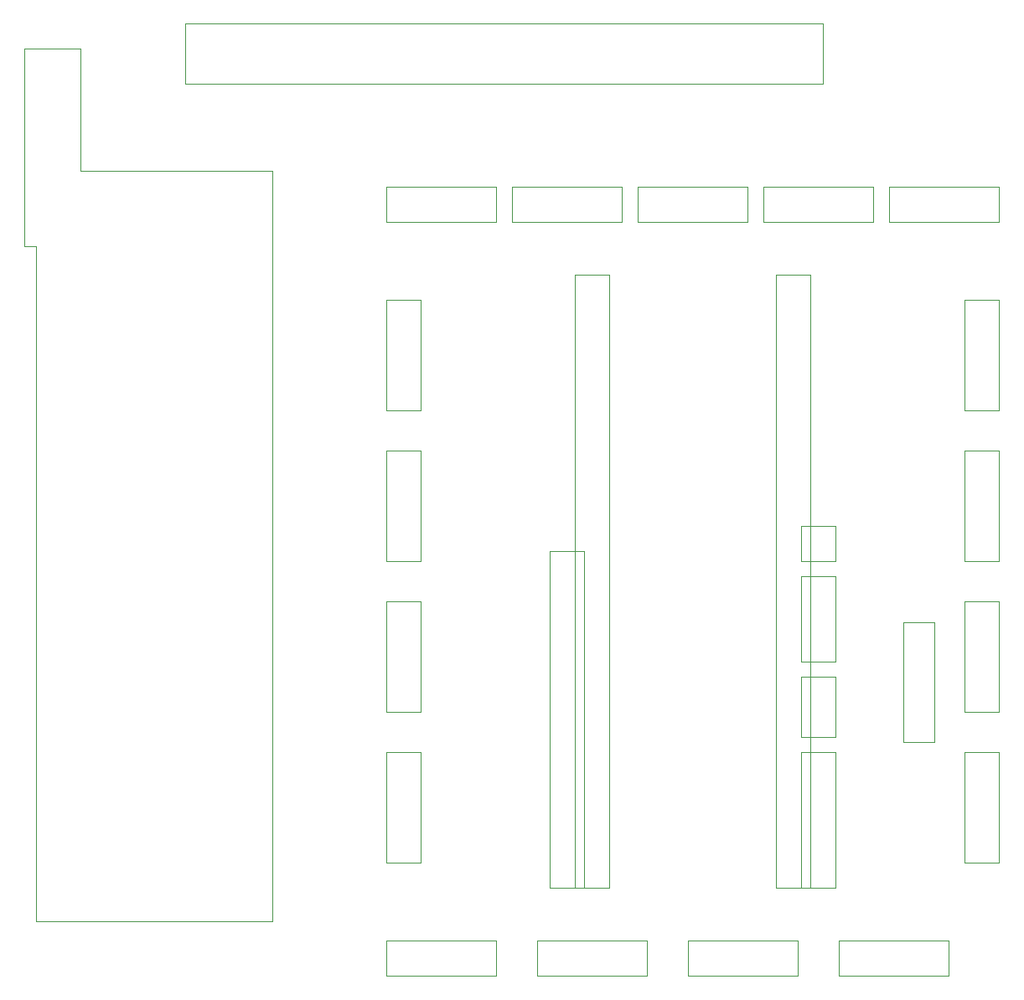
<source format=gbr>
%TF.GenerationSoftware,KiCad,Pcbnew,9.0.4-9.0.4-0~ubuntu24.04.1*%
%TF.CreationDate,2025-09-18T23:07:20+09:00*%
%TF.ProjectId,romread-adapter,726f6d72-6561-4642-9d61-646170746572,0-0*%
%TF.SameCoordinates,Original*%
%TF.FileFunction,Other,User*%
%FSLAX46Y46*%
G04 Gerber Fmt 4.6, Leading zero omitted, Abs format (unit mm)*
G04 Created by KiCad (PCBNEW 9.0.4-9.0.4-0~ubuntu24.04.1) date 2025-09-18 23:07:20*
%MOMM*%
%LPD*%
G01*
G04 APERTURE LIST*
%ADD10C,0.050000*%
G04 APERTURE END LIST*
D10*
%TO.C,JH41*%
X195080000Y-79506902D02*
X195080000Y-90666902D01*
X195080000Y-90666902D02*
X198620000Y-90666902D01*
X198620000Y-79506902D02*
X195080000Y-79506902D01*
X198620000Y-90666902D02*
X198620000Y-79506902D01*
%TO.C,JH32*%
X136660000Y-94750000D02*
X136660000Y-105910000D01*
X136660000Y-105910000D02*
X140200000Y-105910000D01*
X140200000Y-94750000D02*
X136660000Y-94750000D01*
X140200000Y-105910000D02*
X140200000Y-94750000D01*
%TO.C,JH42*%
X195080000Y-94746902D02*
X195080000Y-105906902D01*
X195080000Y-105906902D02*
X198620000Y-105906902D01*
X198620000Y-94746902D02*
X195080000Y-94746902D01*
X198620000Y-105906902D02*
X198620000Y-94746902D01*
%TO.C,JH1*%
X116340000Y-51570000D02*
X116340000Y-57660000D01*
X116340000Y-57660000D02*
X180840000Y-57660000D01*
X180840000Y-51570000D02*
X116340000Y-51570000D01*
X180840000Y-57660000D02*
X180840000Y-51570000D01*
%TO.C,JR3*%
X176030000Y-76966902D02*
X176030000Y-138936902D01*
X176030000Y-138936902D02*
X179570000Y-138936902D01*
X179570000Y-76966902D02*
X176030000Y-76966902D01*
X179570000Y-138936902D02*
X179570000Y-76966902D01*
%TO.C,JH2*%
X153170000Y-104900000D02*
X153170000Y-138930000D01*
X153170000Y-138930000D02*
X156710000Y-138930000D01*
X156710000Y-104900000D02*
X153170000Y-104900000D01*
X156710000Y-138930000D02*
X156710000Y-104900000D01*
%TO.C,JH14*%
X174760000Y-68080000D02*
X174760000Y-71620000D01*
X174760000Y-71620000D02*
X185920000Y-71620000D01*
X185920000Y-68080000D02*
X174760000Y-68080000D01*
X185920000Y-71620000D02*
X185920000Y-68080000D01*
%TO.C,JR1*%
X100159000Y-54110000D02*
X105759000Y-54110000D01*
X100159000Y-74070000D02*
X100159000Y-54110000D01*
X101329000Y-74070000D02*
X100159000Y-74070000D01*
X101329000Y-142310000D02*
X101329000Y-74070000D01*
X105759000Y-54110000D02*
X105759000Y-66410000D01*
X105759000Y-66410000D02*
X125229000Y-66410000D01*
X125229000Y-66410000D02*
X125229000Y-142310000D01*
X125229000Y-142310000D02*
X101329000Y-142310000D01*
%TO.C,JH6*%
X178570000Y-102366902D02*
X178570000Y-105906902D01*
X178570000Y-105906902D02*
X182110000Y-105906902D01*
X182110000Y-102366902D02*
X178570000Y-102366902D01*
X182110000Y-105906902D02*
X182110000Y-102366902D01*
%TO.C,JH43*%
X195080000Y-109986902D02*
X195080000Y-121146902D01*
X195080000Y-121146902D02*
X198620000Y-121146902D01*
X198620000Y-109986902D02*
X195080000Y-109986902D01*
X198620000Y-121146902D02*
X198620000Y-109986902D01*
%TO.C,JH23*%
X167140000Y-144280000D02*
X167140000Y-147820000D01*
X167140000Y-147820000D02*
X178300000Y-147820000D01*
X178300000Y-144280000D02*
X167140000Y-144280000D01*
X178300000Y-147820000D02*
X178300000Y-144280000D01*
%TO.C,JH22*%
X151900000Y-144280000D02*
X151900000Y-147820000D01*
X151900000Y-147820000D02*
X163060000Y-147820000D01*
X163060000Y-144280000D02*
X151900000Y-144280000D01*
X163060000Y-147820000D02*
X163060000Y-144280000D01*
%TO.C,JH24*%
X182380000Y-144280000D02*
X182380000Y-147820000D01*
X182380000Y-147820000D02*
X193540000Y-147820000D01*
X193540000Y-144280000D02*
X182380000Y-144280000D01*
X193540000Y-147820000D02*
X193540000Y-144280000D01*
%TO.C,JH31*%
X136660000Y-79510000D02*
X136660000Y-90670000D01*
X136660000Y-90670000D02*
X140200000Y-90670000D01*
X140200000Y-79510000D02*
X136660000Y-79510000D01*
X140200000Y-90670000D02*
X140200000Y-79510000D01*
%TO.C,JH34*%
X136660000Y-125230000D02*
X136660000Y-136390000D01*
X136660000Y-136390000D02*
X140200000Y-136390000D01*
X140200000Y-125230000D02*
X136660000Y-125230000D01*
X140200000Y-136390000D02*
X140200000Y-125230000D01*
%TO.C,JH5*%
X178570000Y-107446902D02*
X178570000Y-116066902D01*
X178570000Y-116066902D02*
X182110000Y-116066902D01*
X182110000Y-107446902D02*
X178570000Y-107446902D01*
X182110000Y-116066902D02*
X182110000Y-107446902D01*
%TO.C,JH11*%
X136660000Y-68080000D02*
X136660000Y-71620000D01*
X136660000Y-71620000D02*
X147820000Y-71620000D01*
X147820000Y-68080000D02*
X136660000Y-68080000D01*
X147820000Y-71620000D02*
X147820000Y-68080000D01*
%TO.C,JH13*%
X162060000Y-68080000D02*
X162060000Y-71620000D01*
X162060000Y-71620000D02*
X173220000Y-71620000D01*
X173220000Y-68080000D02*
X162060000Y-68080000D01*
X173220000Y-71620000D02*
X173220000Y-68080000D01*
%TO.C,C1*%
X192050000Y-112060000D02*
X188950000Y-112060000D01*
X188950000Y-124160000D01*
X192050000Y-124160000D01*
X192050000Y-112060000D01*
%TO.C,JH4*%
X178570000Y-117596902D02*
X178570000Y-123686902D01*
X178570000Y-123686902D02*
X182110000Y-123686902D01*
X182110000Y-117596902D02*
X178570000Y-117596902D01*
X182110000Y-123686902D02*
X182110000Y-117596902D01*
%TO.C,JH21*%
X136660000Y-144280000D02*
X136660000Y-147820000D01*
X136660000Y-147820000D02*
X147820000Y-147820000D01*
X147820000Y-144280000D02*
X136660000Y-144280000D01*
X147820000Y-147820000D02*
X147820000Y-144280000D01*
%TO.C,JH33*%
X136660000Y-109990000D02*
X136660000Y-121150000D01*
X136660000Y-121150000D02*
X140200000Y-121150000D01*
X140200000Y-109990000D02*
X136660000Y-109990000D01*
X140200000Y-121150000D02*
X140200000Y-109990000D01*
%TO.C,JH15*%
X187460000Y-68080000D02*
X187460000Y-71620000D01*
X187460000Y-71620000D02*
X198620000Y-71620000D01*
X198620000Y-68080000D02*
X187460000Y-68080000D01*
X198620000Y-71620000D02*
X198620000Y-68080000D01*
%TO.C,JH3*%
X178570000Y-125226902D02*
X178570000Y-138926902D01*
X178570000Y-138926902D02*
X182110000Y-138926902D01*
X182110000Y-125226902D02*
X178570000Y-125226902D01*
X182110000Y-138926902D02*
X182110000Y-125226902D01*
%TO.C,JH44*%
X195080000Y-125226902D02*
X195080000Y-136386902D01*
X195080000Y-136386902D02*
X198620000Y-136386902D01*
X198620000Y-125226902D02*
X195080000Y-125226902D01*
X198620000Y-136386902D02*
X198620000Y-125226902D01*
%TO.C,JR2*%
X155710000Y-76960000D02*
X155710000Y-138930000D01*
X155710000Y-138930000D02*
X159250000Y-138930000D01*
X159250000Y-76960000D02*
X155710000Y-76960000D01*
X159250000Y-138930000D02*
X159250000Y-76960000D01*
%TO.C,JH12*%
X149360000Y-68080000D02*
X149360000Y-71620000D01*
X149360000Y-71620000D02*
X160520000Y-71620000D01*
X160520000Y-68080000D02*
X149360000Y-68080000D01*
X160520000Y-71620000D02*
X160520000Y-68080000D01*
%TD*%
M02*

</source>
